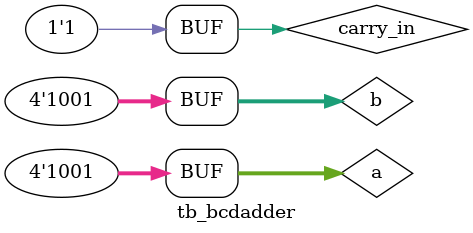
<source format=v>
`timescale 1ns / 1ps


module tb_bcdadder;

    // Inputs
    reg [3:0] a;
    reg [3:0] b;
    reg carry_in;

    // Outputs
    wire [3:0] sum;
    wire carry;

    // Instantiate the Unit Under Test (UUT)
    bcd_adder uut (
        .a(a), 
        .b(b), 
        .carry_in(carry_in), 
        .sum(sum), 
        .carry(carry)
    );

    initial begin
        // Apply Inputs
        a = 0;  b = 0;  carry_in = 0;   #100;
        a = 6;  b = 9;  carry_in = 0;   #100;
        a = 3;  b = 3;  carry_in = 1;   #100;
        a = 4;  b = 5;  carry_in = 0;   #100;
        a = 8;  b = 2;  carry_in = 0;   #100;
        a = 9;  b = 9;  carry_in = 1;   #100;
    end
      
endmodule
</source>
